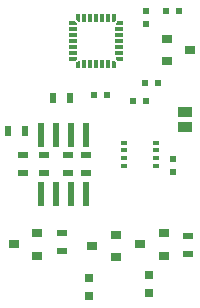
<source format=gtp>
G04 #@! TF.FileFunction,Paste,Top*
%FSLAX46Y46*%
G04 Gerber Fmt 4.6, Leading zero omitted, Abs format (unit mm)*
G04 Created by KiCad (PCBNEW 4.0.7) date 01/29/18 07:06:24*
%MOMM*%
%LPD*%
G01*
G04 APERTURE LIST*
%ADD10C,0.100000*%
%ADD11R,0.500000X0.600000*%
%ADD12R,0.600000X0.500000*%
%ADD13R,0.750000X0.800000*%
%ADD14R,1.270000X0.970000*%
%ADD15R,0.900000X0.500000*%
%ADD16R,0.500000X0.900000*%
%ADD17R,0.900000X0.800000*%
%ADD18R,0.300000X0.500000*%
%ADD19R,0.300000X0.700000*%
%ADD20R,0.500000X0.300000*%
%ADD21R,0.700000X0.300000*%
%ADD22R,0.150000X0.150000*%
%ADD23R,0.508000X2.000000*%
%ADD24R,0.600000X0.350000*%
G04 APERTURE END LIST*
D10*
D11*
X152668000Y-85374000D03*
X152668000Y-86474000D03*
D12*
X149408000Y-92528000D03*
X148308000Y-92528000D03*
D11*
X154954000Y-97947000D03*
X154954000Y-99047000D03*
D12*
X155504000Y-85416000D03*
X154404000Y-85416000D03*
D13*
X152922000Y-107780000D03*
X152922000Y-109280000D03*
X147842000Y-109534000D03*
X147842000Y-108034000D03*
D12*
X152710000Y-93036000D03*
X151610000Y-93036000D03*
X153726000Y-91512000D03*
X152626000Y-91512000D03*
D14*
X155970000Y-93920000D03*
X155970000Y-95200000D03*
D15*
X156224000Y-104478000D03*
X156224000Y-105978000D03*
X145556000Y-104224000D03*
X145556000Y-105724000D03*
D16*
X146306000Y-92782000D03*
X144806000Y-92782000D03*
X140996000Y-95576000D03*
X142496000Y-95576000D03*
D17*
X154462000Y-87768000D03*
X154462000Y-89668000D03*
X156462000Y-88718000D03*
X143492000Y-106112000D03*
X143492000Y-104212000D03*
X141492000Y-105162000D03*
D15*
X146064000Y-99120000D03*
X146064000Y-97620000D03*
X144032000Y-99120000D03*
X144032000Y-97620000D03*
X142254000Y-99120000D03*
X142254000Y-97620000D03*
X147588000Y-99108000D03*
X147588000Y-97608000D03*
D17*
X154192000Y-106112000D03*
X154192000Y-104212000D03*
X152192000Y-105162000D03*
X150128000Y-106244000D03*
X150128000Y-104344000D03*
X148128000Y-105294000D03*
D18*
X146974000Y-90013040D03*
D19*
X147482000Y-89914000D03*
X148482000Y-89914000D03*
X149482000Y-89914000D03*
D18*
X149990000Y-90016320D03*
D20*
X150539400Y-89472760D03*
D21*
X150432000Y-88964000D03*
X150432000Y-87964000D03*
X150432000Y-87464000D03*
D20*
X150534320Y-86460320D03*
D18*
X149985680Y-85911680D03*
D19*
X148982000Y-86014000D03*
X148482000Y-86014000D03*
X147982000Y-86014000D03*
D18*
X146973240Y-85911680D03*
D20*
X146434760Y-86461080D03*
D21*
X146532000Y-87464000D03*
X146532000Y-87964000D03*
X146532000Y-88464000D03*
D20*
X146424600Y-89467680D03*
D22*
X147049440Y-89686120D03*
X149915000Y-89691920D03*
X150215000Y-89397000D03*
X150209920Y-86536080D03*
X149909920Y-86236080D03*
X147049000Y-86241160D03*
X146759160Y-86536080D03*
X146749720Y-89391920D03*
D10*
G36*
X146823427Y-89467680D02*
X146673520Y-89617587D01*
X146523613Y-89467680D01*
X146673520Y-89317773D01*
X146823427Y-89467680D01*
X146823427Y-89467680D01*
G37*
G36*
X146834067Y-86461080D02*
X146684160Y-86610987D01*
X146534253Y-86461080D01*
X146684160Y-86311173D01*
X146834067Y-86461080D01*
X146834067Y-86461080D01*
G37*
G36*
X150439907Y-89472000D02*
X150290000Y-89621907D01*
X150140093Y-89472000D01*
X150290000Y-89322093D01*
X150439907Y-89472000D01*
X150439907Y-89472000D01*
G37*
G36*
X150434827Y-86461080D02*
X150284920Y-86610987D01*
X150135013Y-86461080D01*
X150284920Y-86311173D01*
X150434827Y-86461080D01*
X150434827Y-86461080D01*
G37*
G36*
X147123147Y-89762320D02*
X146973240Y-89912227D01*
X146823333Y-89762320D01*
X146973240Y-89612413D01*
X147123147Y-89762320D01*
X147123147Y-89762320D01*
G37*
G36*
X147123907Y-86166160D02*
X146974000Y-86316067D01*
X146824093Y-86166160D01*
X146974000Y-86016253D01*
X147123907Y-86166160D01*
X147123907Y-86166160D01*
G37*
G36*
X150139907Y-89766920D02*
X149990000Y-89916827D01*
X149840093Y-89766920D01*
X149990000Y-89617013D01*
X150139907Y-89766920D01*
X150139907Y-89766920D01*
G37*
G36*
X150134827Y-86161080D02*
X149984920Y-86310987D01*
X149835013Y-86161080D01*
X149984920Y-86011173D01*
X150134827Y-86161080D01*
X150134827Y-86161080D01*
G37*
D19*
X147982000Y-89914000D03*
X148982000Y-89914000D03*
D21*
X150432000Y-88464000D03*
X146532000Y-88964000D03*
X150432000Y-86964000D03*
D19*
X149482000Y-86014000D03*
X147482000Y-86014000D03*
D21*
X146532000Y-86964000D03*
D23*
X143778000Y-95870000D03*
X145048000Y-95870000D03*
X146318000Y-95870000D03*
X147588000Y-95870000D03*
X147588000Y-100870000D03*
X146318000Y-100870000D03*
X145048000Y-100870000D03*
X143778000Y-100870000D03*
D24*
X150820000Y-98512000D03*
X150820000Y-97862000D03*
X153560000Y-97212000D03*
X150820000Y-96562000D03*
X153560000Y-98512000D03*
X153560000Y-97862000D03*
X150820000Y-97212000D03*
X153560000Y-96562000D03*
M02*

</source>
